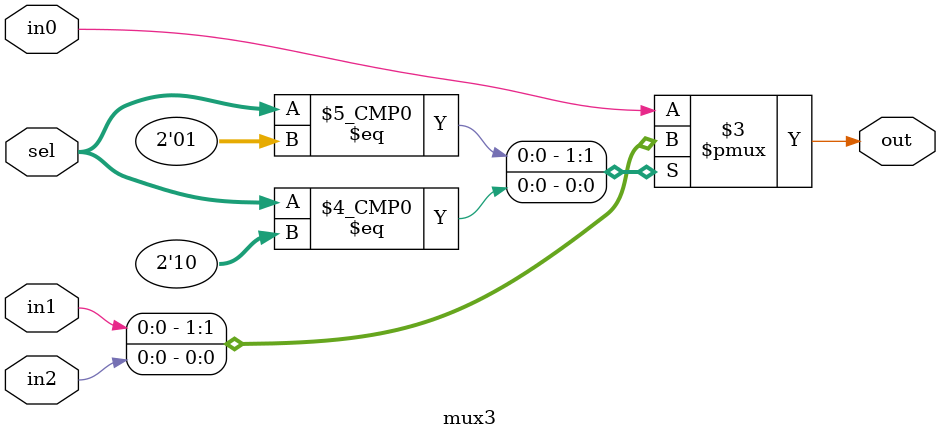
<source format=v>

`timescale 1ns / 1ps

module mux3 #(
    parameter WIDTH = 1
)(
    input  wire [WIDTH-1:0] in0,
    input  wire [WIDTH-1:0] in1,
    input  wire [WIDTH-1:0] in2,
    input  wire [1:0]       sel,
    output reg  [WIDTH-1:0] out
);

    always @(*) begin
        case (sel)
            2'b00:   out = in0;
            2'b01:   out = in1;
            2'b10:   out = in2;
            default: out = in0;
        endcase
    end

endmodule

</source>
